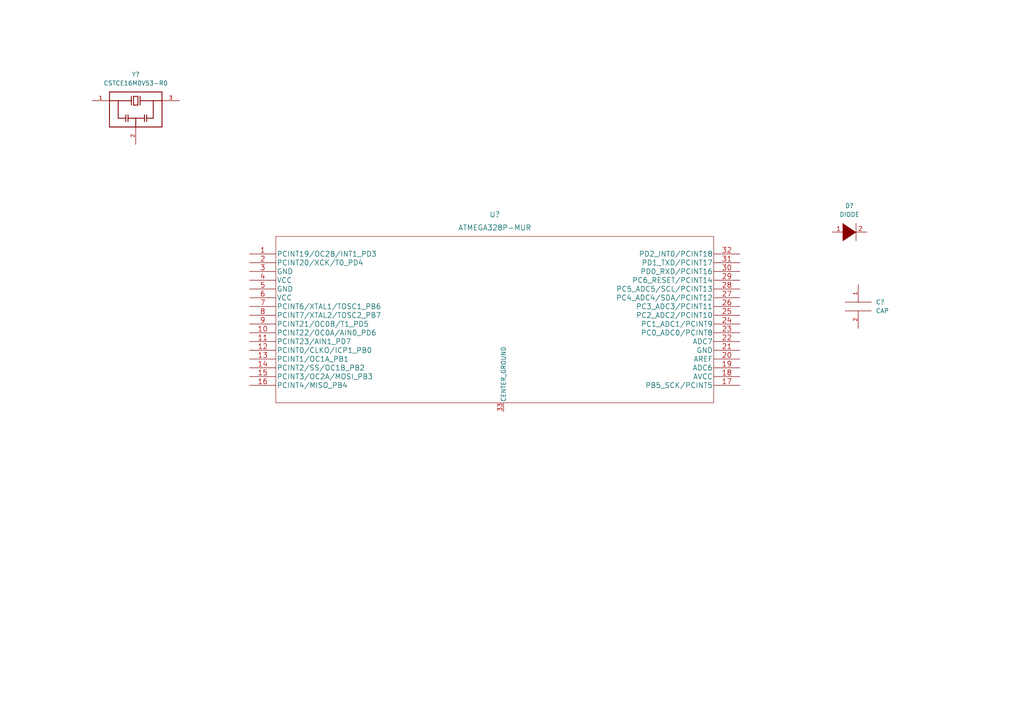
<source format=kicad_sch>
(kicad_sch (version 20211123) (generator eeschema)
  (paper "A4")
  (lib_symbols
    (symbol "ATMEGA-BAJA:ATMEGA328P-MUR" (pin_names (offset 0.254))
      (property "Reference" "U" (at 71.12 10.16 0))
      (property "Value" "ATMEGA328P-MUR" (at 71.12 7.62 0))
      (symbol "ATMEGA328P-MUR_0_0"
        (pin bidirectional line (at 73.66 -45.72 90) (length 2.54) (name "CENTER_GROUND") (number "33"))
      )
      (symbol "ATMEGA328P-MUR_1_1"
        (polyline (pts (xy 7.62 -43.18) (xy 134.62 -43.18)) (stroke (width 0.127)))
        (polyline (pts (xy 7.62 5.08) (xy 7.62 -43.18)) (stroke (width 0.127)))
        (polyline (pts (xy 134.62 -43.18) (xy 134.62 5.08)) (stroke (width 0.127)))
        (polyline (pts (xy 134.62 5.08) (xy 7.62 5.08)) (stroke (width 0.127)))
        (pin bidirectional line (at 0 0 0) (length 7.62) (name "PCINT19/OC2B/INT1_PD3") (number "1"))
        (pin bidirectional line (at 0 -22.86 0) (length 7.62) (name "PCINT22/OC0A/AIN0_PD6") (number "10"))
        (pin bidirectional line (at 0 -25.4 0) (length 7.62) (name "PCINT23/AIN1_PD7") (number "11"))
        (pin bidirectional line (at 0 -27.94 0) (length 7.62) (name "PCINT0/CLKO/ICP1_PB0") (number "12"))
        (pin bidirectional line (at 0 -30.48 0) (length 7.62) (name "PCINT1/OC1A_PB1") (number "13"))
        (pin bidirectional line (at 0 -33.02 0) (length 7.62) (name "PCINT2/SS/OC1B_PB2") (number "14"))
        (pin bidirectional line (at 0 -35.56 0) (length 7.62) (name "PCINT3/OC2A/MOSI_PB3") (number "15"))
        (pin bidirectional line (at 0 -38.1 0) (length 7.62) (name "PCINT4/MISO_PB4") (number "16"))
        (pin bidirectional line (at 142.24 -38.1 180) (length 7.62) (name "PB5_SCK/PCINT5") (number "17"))
        (pin power_in line (at 142.24 -35.56 180) (length 7.62) (name "AVCC") (number "18"))
        (pin input line (at 142.24 -33.02 180) (length 7.62) (name "ADC6") (number "19"))
        (pin bidirectional line (at 0 -2.54 0) (length 7.62) (name "PCINT20/XCK/T0_PD4") (number "2"))
        (pin unspecified line (at 142.24 -30.48 180) (length 7.62) (name "AREF") (number "20"))
        (pin power_in line (at 142.24 -27.94 180) (length 7.62) (name "GND") (number "21"))
        (pin input line (at 142.24 -25.4 180) (length 7.62) (name "ADC7") (number "22"))
        (pin bidirectional line (at 142.24 -22.86 180) (length 7.62) (name "PC0_ADC0/PCINT8") (number "23"))
        (pin bidirectional line (at 142.24 -20.32 180) (length 7.62) (name "PC1_ADC1/PCINT9") (number "24"))
        (pin bidirectional line (at 142.24 -17.78 180) (length 7.62) (name "PC2_ADC2/PCINT10") (number "25"))
        (pin bidirectional line (at 142.24 -15.24 180) (length 7.62) (name "PC3_ADC3/PCINT11") (number "26"))
        (pin bidirectional line (at 142.24 -12.7 180) (length 7.62) (name "PC4_ADC4/SDA/PCINT12") (number "27"))
        (pin bidirectional line (at 142.24 -10.16 180) (length 7.62) (name "PC5_ADC5/SCL/PCINT13") (number "28"))
        (pin bidirectional line (at 142.24 -7.62 180) (length 7.62) (name "PC6_RESET/PCINT14") (number "29"))
        (pin power_in line (at 0 -5.08 0) (length 7.62) (name "GND") (number "3"))
        (pin bidirectional line (at 142.24 -5.08 180) (length 7.62) (name "PD0_RXD/PCINT16") (number "30"))
        (pin bidirectional line (at 142.24 -2.54 180) (length 7.62) (name "PD1_TXD/PCINT17") (number "31"))
        (pin bidirectional line (at 142.24 0 180) (length 7.62) (name "PD2_INT0/PCINT18") (number "32"))
        (pin power_in line (at 0 -7.62 0) (length 7.62) (name "VCC") (number "4"))
        (pin power_in line (at 0 -10.16 0) (length 7.62) (name "GND") (number "5"))
        (pin power_in line (at 0 -12.7 0) (length 7.62) (name "VCC") (number "6"))
        (pin bidirectional line (at 0 -15.24 0) (length 7.62) (name "PCINT6/XTAL1/TOSC1_PB6") (number "7"))
        (pin bidirectional line (at 0 -17.78 0) (length 7.62) (name "PCINT7/XTAL2/TOSC2_PB7") (number "8"))
        (pin bidirectional line (at 0 -20.32 0) (length 7.62) (name "PCINT21/OC0B/T1_PD5") (number "9"))
      )
    )
    (symbol "CSTCE16M0V53-R0:CSTCE16M0V53-R0" (pin_names (offset 1.016) hide)
      (property "Reference" "Y" (at -7.62 6.35 0))
      (property "Value" "CSTCE16M0V53-R0" (at 1.27 -6.35 0))
      (symbol "CSTCE16M0V53-R0_0_0"
        (polyline (pts (xy -7.62 -5.08) (xy -7.62 2.54)) (stroke (width 0.254)))
        (polyline (pts (xy -7.62 2.54) (xy -7.62 5.08)) (stroke (width 0.254)))
        (polyline (pts (xy -7.62 2.54) (xy -5.08 2.54)) (stroke (width 0.254)))
        (polyline (pts (xy -7.62 5.08) (xy 7.62 5.08)) (stroke (width 0.254)))
        (polyline (pts (xy -5.08 -2.54) (xy -5.08 2.54)) (stroke (width 0.254)))
        (polyline (pts (xy -5.08 2.54) (xy -1.27 2.54)) (stroke (width 0.254)))
        (polyline (pts (xy -2.8702 -2.54) (xy -5.08 -2.54)) (stroke (width 0.254)))
        (polyline (pts (xy -2.8702 -2.54) (xy -2.8702 -3.5052)) (stroke (width 0.254)))
        (polyline (pts (xy -2.8702 -1.6002) (xy -2.8702 -2.54)) (stroke (width 0.254)))
        (polyline (pts (xy -2.2352 -2.54) (xy -2.2352 -3.5052)) (stroke (width 0.254)))
        (polyline (pts (xy -2.2352 -1.6002) (xy -2.2352 -2.54)) (stroke (width 0.254)))
        (polyline (pts (xy -1.27 2.54) (xy -1.27 1.27)) (stroke (width 0.254)))
        (polyline (pts (xy -1.27 3.81) (xy -1.27 2.54)) (stroke (width 0.254)))
        (polyline (pts (xy -0.635 1.27) (xy -0.635 3.81)) (stroke (width 0.254)))
        (polyline (pts (xy -0.635 3.81) (xy 0.635 3.81)) (stroke (width 0.254)))
        (polyline (pts (xy 0 -5.08) (xy -7.62 -5.08)) (stroke (width 0.254)))
        (polyline (pts (xy 0 -5.08) (xy 0 -2.54)) (stroke (width 0.254)))
        (polyline (pts (xy 0 -2.54) (xy -2.2352 -2.54)) (stroke (width 0.254)))
        (polyline (pts (xy 0 -2.54) (xy 2.54 -2.54)) (stroke (width 0.254)))
        (polyline (pts (xy 0.635 1.27) (xy -0.635 1.27)) (stroke (width 0.254)))
        (polyline (pts (xy 0.635 3.81) (xy 0.635 1.27)) (stroke (width 0.254)))
        (polyline (pts (xy 1.27 2.54) (xy 1.27 1.27)) (stroke (width 0.254)))
        (polyline (pts (xy 1.27 2.54) (xy 5.08 2.54)) (stroke (width 0.254)))
        (polyline (pts (xy 1.27 3.81) (xy 1.27 2.54)) (stroke (width 0.254)))
        (polyline (pts (xy 2.54 -2.54) (xy 2.54 -3.5052)) (stroke (width 0.254)))
        (polyline (pts (xy 2.54 -1.6002) (xy 2.54 -2.54)) (stroke (width 0.254)))
        (polyline (pts (xy 3.175 -2.54) (xy 3.175 -3.5052)) (stroke (width 0.254)))
        (polyline (pts (xy 3.175 -2.54) (xy 5.08 -2.54)) (stroke (width 0.254)))
        (polyline (pts (xy 3.175 -1.6002) (xy 3.175 -2.54)) (stroke (width 0.254)))
        (polyline (pts (xy 5.08 -2.54) (xy 5.08 2.54)) (stroke (width 0.254)))
        (polyline (pts (xy 5.08 2.54) (xy 7.62 2.54)) (stroke (width 0.254)))
        (polyline (pts (xy 7.62 -5.08) (xy 0 -5.08)) (stroke (width 0.254)))
        (polyline (pts (xy 7.62 2.54) (xy 7.62 -5.08)) (stroke (width 0.254)))
        (polyline (pts (xy 7.62 5.08) (xy 7.62 2.54)) (stroke (width 0.254)))
        (pin input line (at -12.7 2.54 0) (length 5.08) (name "~") (number "1"))
        (pin power_in line (at 0 -10.16 90) (length 5.08) (name "~") (number "2"))
        (pin output line (at 12.7 2.54 180) (length 5.08) (name "~") (number "3"))
      )
    )
    (symbol "pspice:CAP" (pin_names (offset 0.254))
      (property "Reference" "C" (at 2.54 3.81 90))
      (property "Value" "CAP" (at 2.54 -3.81 90))
      (symbol "CAP_0_1"
        (polyline (pts (xy -3.81 -1.27) (xy 3.81 -1.27)))
        (polyline (pts (xy -3.81 1.27) (xy 3.81 1.27)))
      )
      (symbol "CAP_1_1"
        (pin passive line (at 0 6.35 270) (length 5.08) (name "~") (number "1"))
        (pin passive line (at 0 -6.35 90) (length 5.08) (name "~") (number "2"))
      )
    )
    (symbol "pspice:DIODE" (pin_names (offset 1.016) hide)
      (property "Reference" "D" (at 0 3.81 0))
      (property "Value" "DIODE" (at 0 -4.445 0))
      (symbol "DIODE_0_1"
        (polyline (pts (xy 1.905 2.54) (xy 1.905 -2.54)))
        (polyline (pts (xy -1.905 2.54) (xy -1.905 -2.54) (xy 1.905 0)) (fill (type outline)))
      )
      (symbol "DIODE_1_1"
        (pin input line (at -5.08 0 0) (length 3.81) (name "K") (number "1"))
        (pin input line (at 5.08 0 180) (length 3.81) (name "A") (number "2"))
      )
    )
  )
  (symbol (lib_id "pspice:CAP") (at 248.92 88.9 0) (unit 1)
    (property "Reference" "C?" (at 254 87.6299 0) (effects (justify left)))
    (property "Value" "CAP" (at 254 90.1699 0) (effects (justify left)))
  )
  (symbol (lib_id "ATMEGA-BAJA:ATMEGA328P-MUR") (at 72.39 73.66 0) (unit 1)
    (property "Reference" "U?" (at 143.51 62.23 0) (effects (font (size 1.524 1.524))))
    (property "Value" "ATMEGA328P-MUR" (at 143.51 66.04 0) (effects (font (size 1.524 1.524))))
    (property "Footprint" "32M1-A_ATM" (effects hide))
  )
  (symbol (lib_id "pspice:DIODE") (at 246.38 67.31 0) (unit 1)
    (property "Reference" "D?" (at 246.38 59.69 0))
    (property "Value" "DIODE" (at 246.38 62.23 0))
  )
  (symbol (lib_id "CSTCE16M0V53-R0:CSTCE16M0V53-R0") (at 39.37 31.75 0) (unit 1)
    (property "Reference" "Y?" (at 39.37 21.59 0))
    (property "Value" "CSTCE16M0V53-R0" (at 39.37 24.13 0))
    (property "Footprint" "OSC_CSTCE16M0V53-R0" (effects hide))
    (property "Datasheet" "1.0 mm" (effects hide))
    (property "Field4" "Murata Electronics" (effects hide))
    (property "Field5" "Manufacturer Recommendations" (effects hide))
    (property "Field6" "04.8.24" (effects hide))
  )
)
</source>
